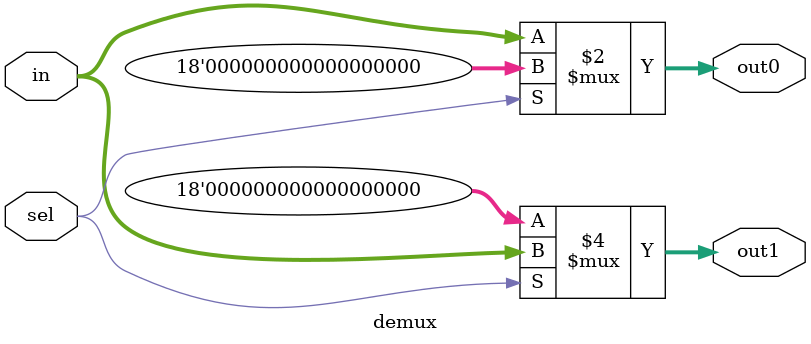
<source format=v>
module demux#(parameter WIDTH=18)(input wire sel, input wire [WIDTH-1:0] in, output wire [WIDTH-1:0] out0, output wire [WIDTH-1:0] out1);
    assign out0 = (sel == 1'b0) ? in : {WIDTH{1'b0}};
    assign out1 = (sel == 1'b1) ? in : {WIDTH{1'b0}};
endmodule
</source>
